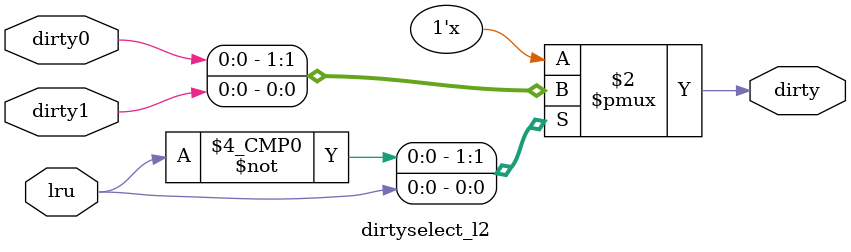
<source format=sv>
module dirtyselect_l2(
	input dirty0,
	input dirty1,
	input lru,
	output logic dirty
);

always_comb
begin
	dirty = 0;
	case(lru)
		1'b0:
			dirty = dirty0;
		1'b1:
			dirty = dirty1;
	endcase
end

endmodule : dirtyselect_l2
</source>
